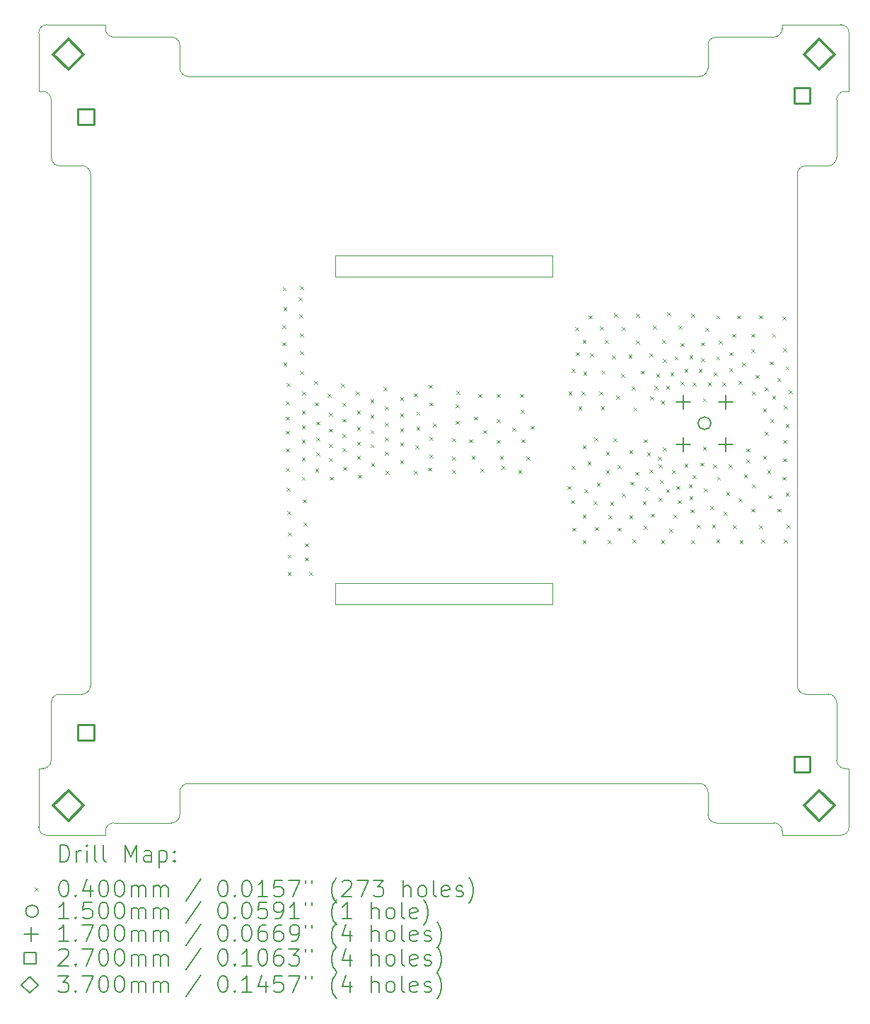
<source format=gbr>
%FSLAX45Y45*%
G04 Gerber Fmt 4.5, Leading zero omitted, Abs format (unit mm)*
G04 Created by KiCad (PCBNEW (6.0.5-0)) date 2023-03-07 01:44:10*
%MOMM*%
%LPD*%
G01*
G04 APERTURE LIST*
%TA.AperFunction,Profile*%
%ADD10C,0.100000*%
%TD*%
%ADD11C,0.200000*%
%ADD12C,0.040000*%
%ADD13C,0.150000*%
%ADD14C,0.170000*%
%ADD15C,0.270000*%
%ADD16C,0.370000*%
G04 APERTURE END LIST*
D10*
X7520000Y-13010000D02*
G75*
G03*
X7620000Y-12910000I0J100000D01*
G01*
X7250000Y-13010000D02*
G75*
G03*
X7150000Y-13110000I0J-100000D01*
G01*
X16180000Y-6690000D02*
G75*
G03*
X16080000Y-6790000I0J-100000D01*
G01*
X16700000Y-5800000D02*
X16700000Y-5100000D01*
X16700000Y-5800000D02*
X16650000Y-5800000D01*
X8690000Y-5520000D02*
G75*
G03*
X8790000Y-5620000I100000J0D01*
G01*
X15900000Y-5000000D02*
X16600000Y-5000000D01*
X16550000Y-13800000D02*
G75*
G03*
X16650000Y-13900000I100000J0D01*
G01*
X7000000Y-14600000D02*
G75*
G03*
X7100000Y-14700000I100000J0D01*
G01*
X14910000Y-14080000D02*
X8790000Y-14080000D01*
X16600000Y-14700000D02*
G75*
G03*
X16700000Y-14600000I0J100000D01*
G01*
X7900000Y-14550000D02*
G75*
G03*
X7800000Y-14650000I0J-100000D01*
G01*
X15900000Y-14650000D02*
G75*
G03*
X15800000Y-14550000I-100000J0D01*
G01*
X7000000Y-13900000D02*
X7000000Y-14600000D01*
X16550000Y-13110000D02*
G75*
G03*
X16450000Y-13010000I-100000J0D01*
G01*
X7050000Y-5800000D02*
X7000000Y-5800000D01*
X15010000Y-14180000D02*
X15010000Y-14450000D01*
X8790000Y-5620000D02*
X14910000Y-5620000D01*
X7150000Y-6590000D02*
G75*
G03*
X7250000Y-6690000I100000J0D01*
G01*
X7800000Y-14700000D02*
X7100000Y-14700000D01*
X16600000Y-14700000D02*
X15900000Y-14700000D01*
X16650000Y-13900000D02*
X16700000Y-13900000D01*
X15800000Y-5150000D02*
G75*
G03*
X15900000Y-5050000I0J100000D01*
G01*
X16080000Y-6790000D02*
X16080000Y-12910000D01*
X8590000Y-14550000D02*
X7900000Y-14550000D01*
X7520000Y-13010000D02*
X7250000Y-13010000D01*
X16550000Y-5900000D02*
X16550000Y-6590000D01*
X15010000Y-5520000D02*
X15010000Y-5250000D01*
X14910000Y-5620000D02*
G75*
G03*
X15010000Y-5520000I0J100000D01*
G01*
X8690000Y-14180000D02*
X8690000Y-14450000D01*
X15800000Y-14550000D02*
X15110000Y-14550000D01*
X8790000Y-14080000D02*
G75*
G03*
X8690000Y-14180000I0J-100000D01*
G01*
X10549958Y-11685036D02*
X13149963Y-11685036D01*
X13149963Y-11685036D02*
X13149963Y-11938987D01*
X13149963Y-11938987D02*
X10549958Y-11938987D01*
X10549958Y-11938987D02*
X10549958Y-11685036D01*
X7520000Y-6690000D02*
X7250000Y-6690000D01*
X10550000Y-8015000D02*
X13150113Y-8015000D01*
X13150113Y-8015000D02*
X13150113Y-7761130D01*
X13150113Y-7761130D02*
X10550000Y-7761130D01*
X10550000Y-7761130D02*
X10550000Y-8015000D01*
X7800000Y-5050000D02*
G75*
G03*
X7900000Y-5150000I100000J0D01*
G01*
X16180000Y-13010000D02*
X16450000Y-13010000D01*
X16700000Y-5100000D02*
G75*
G03*
X16600000Y-5000000I-100000J0D01*
G01*
X7900000Y-5150000D02*
X8590000Y-5150000D01*
X7150000Y-13110000D02*
X7150000Y-13800000D01*
X16180000Y-6690000D02*
X16450000Y-6690000D01*
X15900000Y-5000000D02*
X15900000Y-5050000D01*
X8590000Y-14550000D02*
G75*
G03*
X8690000Y-14450000I0J100000D01*
G01*
X7800000Y-5050000D02*
X7800000Y-5000000D01*
X7000000Y-13900000D02*
X7050000Y-13900000D01*
X7150000Y-5900000D02*
G75*
G03*
X7050000Y-5800000I-100000J0D01*
G01*
X16080000Y-12910000D02*
G75*
G03*
X16180000Y-13010000I100000J0D01*
G01*
X16650000Y-5800000D02*
G75*
G03*
X16550000Y-5900000I0J-100000D01*
G01*
X7620000Y-12910000D02*
X7620000Y-6790000D01*
X8690000Y-5520000D02*
X8690000Y-5250000D01*
X7000000Y-5100000D02*
X7000000Y-5800000D01*
X15800000Y-5150000D02*
X15110000Y-5150000D01*
X7150000Y-5900000D02*
X7150000Y-6590000D01*
X8690000Y-5250000D02*
G75*
G03*
X8590000Y-5150000I-100000J0D01*
G01*
X16450000Y-6690000D02*
G75*
G03*
X16550000Y-6590000I0J100000D01*
G01*
X15010000Y-14180000D02*
G75*
G03*
X14910000Y-14080000I-100000J0D01*
G01*
X15900000Y-14650000D02*
X15900000Y-14700000D01*
X7050000Y-13900000D02*
G75*
G03*
X7150000Y-13800000I0J100000D01*
G01*
X15010000Y-14450000D02*
G75*
G03*
X15110000Y-14550000I100000J0D01*
G01*
X15110000Y-5150000D02*
G75*
G03*
X15010000Y-5250000I0J-100000D01*
G01*
X16550000Y-13110000D02*
X16550000Y-13800000D01*
X7100000Y-5000000D02*
G75*
G03*
X7000000Y-5100000I0J-100000D01*
G01*
X7800000Y-5000000D02*
X7100000Y-5000000D01*
X16700000Y-13900000D02*
X16700000Y-14600000D01*
X7620000Y-6790000D02*
G75*
G03*
X7520000Y-6690000I-100000J0D01*
G01*
X7800000Y-14700000D02*
X7800000Y-14650000D01*
D11*
D12*
X9915000Y-8595000D02*
X9955000Y-8635000D01*
X9955000Y-8595000D02*
X9915000Y-8635000D01*
X9915000Y-8800000D02*
X9955000Y-8840000D01*
X9955000Y-8800000D02*
X9915000Y-8840000D01*
X9920000Y-8140000D02*
X9960000Y-8180000D01*
X9960000Y-8140000D02*
X9920000Y-8180000D01*
X9930000Y-8380000D02*
X9970000Y-8420000D01*
X9970000Y-8380000D02*
X9930000Y-8420000D01*
X9930000Y-9045000D02*
X9970000Y-9085000D01*
X9970000Y-9045000D02*
X9930000Y-9085000D01*
X9960000Y-9510000D02*
X10000000Y-9550000D01*
X10000000Y-9510000D02*
X9960000Y-9550000D01*
X9960000Y-9690000D02*
X10000000Y-9730000D01*
X10000000Y-9690000D02*
X9960000Y-9730000D01*
X9960000Y-9860000D02*
X10000000Y-9900000D01*
X10000000Y-9860000D02*
X9960000Y-9900000D01*
X9960000Y-10070000D02*
X10000000Y-10110000D01*
X10000000Y-10070000D02*
X9960000Y-10110000D01*
X9960000Y-10305000D02*
X10000000Y-10345000D01*
X10000000Y-10305000D02*
X9960000Y-10345000D01*
X9965000Y-9285000D02*
X10005000Y-9325000D01*
X10005000Y-9285000D02*
X9965000Y-9325000D01*
X9970000Y-10540000D02*
X10010000Y-10580000D01*
X10010000Y-10540000D02*
X9970000Y-10580000D01*
X9975000Y-10820000D02*
X10015000Y-10860000D01*
X10015000Y-10820000D02*
X9975000Y-10860000D01*
X9980000Y-11340000D02*
X10020000Y-11380000D01*
X10020000Y-11340000D02*
X9980000Y-11380000D01*
X9980000Y-11550000D02*
X10020000Y-11590000D01*
X10020000Y-11550000D02*
X9980000Y-11590000D01*
X9985000Y-11075000D02*
X10025000Y-11115000D01*
X10025000Y-11075000D02*
X9985000Y-11115000D01*
X10110000Y-8265000D02*
X10150000Y-8305000D01*
X10150000Y-8265000D02*
X10110000Y-8305000D01*
X10120000Y-8465000D02*
X10160000Y-8505000D01*
X10160000Y-8465000D02*
X10120000Y-8505000D01*
X10130000Y-8130000D02*
X10170000Y-8170000D01*
X10170000Y-8130000D02*
X10130000Y-8170000D01*
X10130000Y-8695000D02*
X10170000Y-8735000D01*
X10170000Y-8695000D02*
X10130000Y-8735000D01*
X10130000Y-8905000D02*
X10170000Y-8945000D01*
X10170000Y-8905000D02*
X10130000Y-8945000D01*
X10130000Y-9145000D02*
X10170000Y-9185000D01*
X10170000Y-9145000D02*
X10130000Y-9185000D01*
X10150000Y-9615000D02*
X10190000Y-9655000D01*
X10190000Y-9615000D02*
X10150000Y-9655000D01*
X10150000Y-9795000D02*
X10190000Y-9835000D01*
X10190000Y-9795000D02*
X10150000Y-9835000D01*
X10150000Y-9965000D02*
X10190000Y-10005000D01*
X10190000Y-9965000D02*
X10150000Y-10005000D01*
X10150000Y-10175000D02*
X10190000Y-10215000D01*
X10190000Y-10175000D02*
X10150000Y-10215000D01*
X10150000Y-10410000D02*
X10190000Y-10450000D01*
X10190000Y-10410000D02*
X10150000Y-10450000D01*
X10155000Y-9390000D02*
X10195000Y-9430000D01*
X10195000Y-9390000D02*
X10155000Y-9430000D01*
X10160000Y-10680000D02*
X10200000Y-10720000D01*
X10200000Y-10680000D02*
X10160000Y-10720000D01*
X10170000Y-10955000D02*
X10210000Y-10995000D01*
X10210000Y-10955000D02*
X10170000Y-10995000D01*
X10185000Y-11205000D02*
X10225000Y-11245000D01*
X10225000Y-11205000D02*
X10185000Y-11245000D01*
X10185000Y-11375000D02*
X10225000Y-11415000D01*
X10225000Y-11375000D02*
X10185000Y-11415000D01*
X10240000Y-11550000D02*
X10280000Y-11590000D01*
X10280000Y-11550000D02*
X10240000Y-11590000D01*
X10295000Y-9265000D02*
X10335000Y-9305000D01*
X10335000Y-9265000D02*
X10295000Y-9305000D01*
X10305000Y-9520000D02*
X10345000Y-9560000D01*
X10345000Y-9520000D02*
X10305000Y-9560000D01*
X10310000Y-10315000D02*
X10350000Y-10355000D01*
X10350000Y-10315000D02*
X10310000Y-10355000D01*
X10320000Y-9750000D02*
X10360000Y-9790000D01*
X10360000Y-9750000D02*
X10320000Y-9790000D01*
X10320000Y-9940000D02*
X10360000Y-9980000D01*
X10360000Y-9940000D02*
X10320000Y-9980000D01*
X10320000Y-10120000D02*
X10360000Y-10160000D01*
X10360000Y-10120000D02*
X10320000Y-10160000D01*
X10460000Y-9415000D02*
X10500000Y-9455000D01*
X10500000Y-9415000D02*
X10460000Y-9455000D01*
X10475000Y-9645000D02*
X10515000Y-9685000D01*
X10515000Y-9645000D02*
X10475000Y-9685000D01*
X10475000Y-9835000D02*
X10515000Y-9875000D01*
X10515000Y-9835000D02*
X10475000Y-9875000D01*
X10475000Y-10015000D02*
X10515000Y-10055000D01*
X10515000Y-10015000D02*
X10475000Y-10055000D01*
X10475000Y-10185000D02*
X10515000Y-10225000D01*
X10515000Y-10185000D02*
X10475000Y-10225000D01*
X10485000Y-10410000D02*
X10525000Y-10450000D01*
X10525000Y-10410000D02*
X10485000Y-10450000D01*
X10620000Y-9295000D02*
X10660000Y-9335000D01*
X10660000Y-9295000D02*
X10620000Y-9335000D01*
X10635000Y-9525000D02*
X10675000Y-9565000D01*
X10675000Y-9525000D02*
X10635000Y-9565000D01*
X10635000Y-9715000D02*
X10675000Y-9755000D01*
X10675000Y-9715000D02*
X10635000Y-9755000D01*
X10635000Y-9895000D02*
X10675000Y-9935000D01*
X10675000Y-9895000D02*
X10635000Y-9935000D01*
X10635000Y-10065000D02*
X10675000Y-10105000D01*
X10675000Y-10065000D02*
X10635000Y-10105000D01*
X10645000Y-10290000D02*
X10685000Y-10330000D01*
X10685000Y-10290000D02*
X10645000Y-10330000D01*
X10795000Y-9390000D02*
X10835000Y-9430000D01*
X10835000Y-9390000D02*
X10795000Y-9430000D01*
X10810000Y-9620000D02*
X10850000Y-9660000D01*
X10850000Y-9620000D02*
X10810000Y-9660000D01*
X10810000Y-9810000D02*
X10850000Y-9850000D01*
X10850000Y-9810000D02*
X10810000Y-9850000D01*
X10810000Y-9990000D02*
X10850000Y-10030000D01*
X10850000Y-9990000D02*
X10810000Y-10030000D01*
X10810000Y-10160000D02*
X10850000Y-10200000D01*
X10850000Y-10160000D02*
X10810000Y-10200000D01*
X10820000Y-10385000D02*
X10860000Y-10425000D01*
X10860000Y-10385000D02*
X10820000Y-10425000D01*
X10970000Y-9480000D02*
X11010000Y-9520000D01*
X11010000Y-9480000D02*
X10970000Y-9520000D01*
X10970000Y-9670000D02*
X11010000Y-9710000D01*
X11010000Y-9670000D02*
X10970000Y-9710000D01*
X10970000Y-9850000D02*
X11010000Y-9890000D01*
X11010000Y-9850000D02*
X10970000Y-9890000D01*
X10970000Y-10020000D02*
X11010000Y-10060000D01*
X11010000Y-10020000D02*
X10970000Y-10060000D01*
X10980000Y-10245000D02*
X11020000Y-10285000D01*
X11020000Y-10245000D02*
X10980000Y-10285000D01*
X11130000Y-9340000D02*
X11170000Y-9380000D01*
X11170000Y-9340000D02*
X11130000Y-9380000D01*
X11145000Y-9570000D02*
X11185000Y-9610000D01*
X11185000Y-9570000D02*
X11145000Y-9610000D01*
X11145000Y-9760000D02*
X11185000Y-9800000D01*
X11185000Y-9760000D02*
X11145000Y-9800000D01*
X11145000Y-9940000D02*
X11185000Y-9980000D01*
X11185000Y-9940000D02*
X11145000Y-9980000D01*
X11145000Y-10110000D02*
X11185000Y-10150000D01*
X11185000Y-10110000D02*
X11145000Y-10150000D01*
X11155000Y-10335000D02*
X11195000Y-10375000D01*
X11195000Y-10335000D02*
X11155000Y-10375000D01*
X11325000Y-9460000D02*
X11365000Y-9500000D01*
X11365000Y-9460000D02*
X11325000Y-9500000D01*
X11325000Y-9650000D02*
X11365000Y-9690000D01*
X11365000Y-9650000D02*
X11325000Y-9690000D01*
X11325000Y-9830000D02*
X11365000Y-9870000D01*
X11365000Y-9830000D02*
X11325000Y-9870000D01*
X11325000Y-10000000D02*
X11365000Y-10040000D01*
X11365000Y-10000000D02*
X11325000Y-10040000D01*
X11325000Y-10210000D02*
X11365000Y-10250000D01*
X11365000Y-10210000D02*
X11325000Y-10250000D01*
X11490000Y-9410000D02*
X11530000Y-9450000D01*
X11530000Y-9410000D02*
X11490000Y-9450000D01*
X11490000Y-10340000D02*
X11530000Y-10380000D01*
X11530000Y-10340000D02*
X11490000Y-10380000D01*
X11510000Y-10030000D02*
X11550000Y-10070000D01*
X11550000Y-10030000D02*
X11510000Y-10070000D01*
X11520000Y-9630000D02*
X11560000Y-9670000D01*
X11560000Y-9630000D02*
X11520000Y-9670000D01*
X11520000Y-9810000D02*
X11560000Y-9850000D01*
X11560000Y-9810000D02*
X11520000Y-9850000D01*
X11660000Y-10300000D02*
X11700000Y-10340000D01*
X11700000Y-10300000D02*
X11660000Y-10340000D01*
X11670000Y-9310000D02*
X11710000Y-9350000D01*
X11710000Y-9310000D02*
X11670000Y-9350000D01*
X11680000Y-9520000D02*
X11720000Y-9560000D01*
X11720000Y-9520000D02*
X11680000Y-9560000D01*
X11680000Y-9930000D02*
X11720000Y-9970000D01*
X11720000Y-9930000D02*
X11680000Y-9970000D01*
X11680000Y-10140000D02*
X11720000Y-10180000D01*
X11720000Y-10140000D02*
X11680000Y-10180000D01*
X11720000Y-9770000D02*
X11760000Y-9810000D01*
X11760000Y-9770000D02*
X11720000Y-9810000D01*
X11950000Y-9950000D02*
X11990000Y-9990000D01*
X11990000Y-9950000D02*
X11950000Y-9990000D01*
X11950000Y-10170000D02*
X11990000Y-10210000D01*
X11990000Y-10170000D02*
X11950000Y-10210000D01*
X11950000Y-10330000D02*
X11990000Y-10370000D01*
X11990000Y-10330000D02*
X11950000Y-10370000D01*
X11990000Y-9540000D02*
X12030000Y-9580000D01*
X12030000Y-9540000D02*
X11990000Y-9580000D01*
X11990000Y-9740000D02*
X12030000Y-9780000D01*
X12030000Y-9740000D02*
X11990000Y-9780000D01*
X12000000Y-9380000D02*
X12040000Y-9420000D01*
X12040000Y-9380000D02*
X12000000Y-9420000D01*
X12150000Y-9960000D02*
X12190000Y-10000000D01*
X12190000Y-9960000D02*
X12150000Y-10000000D01*
X12180000Y-10160000D02*
X12220000Y-10200000D01*
X12220000Y-10160000D02*
X12180000Y-10200000D01*
X12210000Y-9690000D02*
X12250000Y-9730000D01*
X12250000Y-9690000D02*
X12210000Y-9730000D01*
X12260000Y-9420000D02*
X12300000Y-9460000D01*
X12300000Y-9420000D02*
X12260000Y-9460000D01*
X12290000Y-10310000D02*
X12330000Y-10350000D01*
X12330000Y-10310000D02*
X12290000Y-10350000D01*
X12320000Y-9850000D02*
X12360000Y-9890000D01*
X12360000Y-9850000D02*
X12320000Y-9890000D01*
X12480000Y-9420000D02*
X12520000Y-9460000D01*
X12520000Y-9420000D02*
X12480000Y-9460000D01*
X12480000Y-9720000D02*
X12520000Y-9760000D01*
X12520000Y-9720000D02*
X12480000Y-9760000D01*
X12480000Y-9970000D02*
X12520000Y-10010000D01*
X12520000Y-9970000D02*
X12480000Y-10010000D01*
X12520000Y-10160000D02*
X12560000Y-10200000D01*
X12560000Y-10160000D02*
X12520000Y-10200000D01*
X12540000Y-10280000D02*
X12580000Y-10320000D01*
X12580000Y-10280000D02*
X12540000Y-10320000D01*
X12670000Y-9820000D02*
X12710000Y-9860000D01*
X12710000Y-9820000D02*
X12670000Y-9860000D01*
X12740000Y-10330000D02*
X12780000Y-10370000D01*
X12780000Y-10330000D02*
X12740000Y-10370000D01*
X12760000Y-9420000D02*
X12800000Y-9460000D01*
X12800000Y-9420000D02*
X12760000Y-9460000D01*
X12770000Y-9610000D02*
X12810000Y-9650000D01*
X12810000Y-9610000D02*
X12770000Y-9650000D01*
X12780000Y-9960000D02*
X12820000Y-10000000D01*
X12820000Y-9960000D02*
X12780000Y-10000000D01*
X12840000Y-10170000D02*
X12880000Y-10210000D01*
X12880000Y-10170000D02*
X12840000Y-10210000D01*
X12890000Y-9800000D02*
X12930000Y-9840000D01*
X12930000Y-9800000D02*
X12890000Y-9840000D01*
X13330000Y-10520000D02*
X13370000Y-10560000D01*
X13370000Y-10520000D02*
X13330000Y-10560000D01*
X13340000Y-9390000D02*
X13380000Y-9430000D01*
X13380000Y-9390000D02*
X13340000Y-9430000D01*
X13370000Y-10690000D02*
X13410000Y-10730000D01*
X13410000Y-10690000D02*
X13370000Y-10730000D01*
X13380000Y-9120000D02*
X13420000Y-9160000D01*
X13420000Y-9120000D02*
X13380000Y-9160000D01*
X13380000Y-10280000D02*
X13420000Y-10320000D01*
X13420000Y-10280000D02*
X13380000Y-10320000D01*
X13390000Y-11020000D02*
X13430000Y-11060000D01*
X13430000Y-11020000D02*
X13390000Y-11060000D01*
X13420000Y-8620000D02*
X13460000Y-8660000D01*
X13460000Y-8620000D02*
X13420000Y-8660000D01*
X13430000Y-8920000D02*
X13470000Y-8960000D01*
X13470000Y-8920000D02*
X13430000Y-8960000D01*
X13460000Y-9570000D02*
X13500000Y-9610000D01*
X13500000Y-9570000D02*
X13460000Y-9610000D01*
X13500000Y-9390000D02*
X13540000Y-9430000D01*
X13540000Y-9390000D02*
X13500000Y-9430000D01*
X13510000Y-8770000D02*
X13550000Y-8810000D01*
X13550000Y-8770000D02*
X13510000Y-8810000D01*
X13510000Y-10030000D02*
X13550000Y-10070000D01*
X13550000Y-10030000D02*
X13510000Y-10070000D01*
X13510000Y-10860000D02*
X13550000Y-10900000D01*
X13550000Y-10860000D02*
X13510000Y-10900000D01*
X13510000Y-11170000D02*
X13550000Y-11210000D01*
X13550000Y-11170000D02*
X13510000Y-11210000D01*
X13520000Y-9150000D02*
X13560000Y-9190000D01*
X13560000Y-9150000D02*
X13520000Y-9190000D01*
X13530000Y-10560000D02*
X13570000Y-10600000D01*
X13570000Y-10560000D02*
X13530000Y-10600000D01*
X13570000Y-10230000D02*
X13610000Y-10270000D01*
X13610000Y-10230000D02*
X13570000Y-10270000D01*
X13580000Y-8480000D02*
X13620000Y-8520000D01*
X13620000Y-8480000D02*
X13580000Y-8520000D01*
X13600000Y-8930000D02*
X13640000Y-8970000D01*
X13640000Y-8930000D02*
X13600000Y-8970000D01*
X13640000Y-10700000D02*
X13680000Y-10740000D01*
X13680000Y-10700000D02*
X13640000Y-10740000D01*
X13650000Y-9940000D02*
X13690000Y-9980000D01*
X13690000Y-9940000D02*
X13650000Y-9980000D01*
X13660000Y-11010000D02*
X13700000Y-11050000D01*
X13700000Y-11010000D02*
X13660000Y-11050000D01*
X13680000Y-10480000D02*
X13720000Y-10520000D01*
X13720000Y-10480000D02*
X13680000Y-10520000D01*
X13710000Y-9390000D02*
X13750000Y-9430000D01*
X13750000Y-9390000D02*
X13710000Y-9430000D01*
X13720000Y-8610000D02*
X13760000Y-8650000D01*
X13760000Y-8610000D02*
X13720000Y-8650000D01*
X13730000Y-9570000D02*
X13770000Y-9610000D01*
X13770000Y-9570000D02*
X13730000Y-9610000D01*
X13740000Y-9140000D02*
X13780000Y-9180000D01*
X13780000Y-9140000D02*
X13740000Y-9180000D01*
X13780000Y-8770000D02*
X13820000Y-8810000D01*
X13820000Y-8770000D02*
X13780000Y-8810000D01*
X13790000Y-10110000D02*
X13830000Y-10150000D01*
X13830000Y-10110000D02*
X13790000Y-10150000D01*
X13790000Y-10330000D02*
X13830000Y-10370000D01*
X13830000Y-10330000D02*
X13790000Y-10370000D01*
X13810000Y-11170000D02*
X13850000Y-11210000D01*
X13850000Y-11170000D02*
X13810000Y-11210000D01*
X13820000Y-10870000D02*
X13860000Y-10910000D01*
X13860000Y-10870000D02*
X13820000Y-10910000D01*
X13840000Y-10710000D02*
X13880000Y-10750000D01*
X13880000Y-10710000D02*
X13840000Y-10750000D01*
X13860000Y-8960000D02*
X13900000Y-9000000D01*
X13900000Y-8960000D02*
X13860000Y-9000000D01*
X13880000Y-9950000D02*
X13920000Y-9990000D01*
X13920000Y-9950000D02*
X13880000Y-9990000D01*
X13890000Y-8460000D02*
X13930000Y-8500000D01*
X13930000Y-8460000D02*
X13890000Y-8500000D01*
X13910000Y-9440000D02*
X13950000Y-9480000D01*
X13950000Y-9440000D02*
X13910000Y-9480000D01*
X13930000Y-10270000D02*
X13970000Y-10310000D01*
X13970000Y-10270000D02*
X13930000Y-10310000D01*
X13930000Y-11020000D02*
X13970000Y-11060000D01*
X13970000Y-11020000D02*
X13930000Y-11060000D01*
X13970000Y-9180000D02*
X14010000Y-9220000D01*
X14010000Y-9180000D02*
X13970000Y-9220000D01*
X13980000Y-8620000D02*
X14020000Y-8660000D01*
X14020000Y-8620000D02*
X13980000Y-8660000D01*
X13980000Y-10610000D02*
X14020000Y-10650000D01*
X14020000Y-10610000D02*
X13980000Y-10650000D01*
X14060000Y-8950000D02*
X14100000Y-8990000D01*
X14100000Y-8950000D02*
X14060000Y-8990000D01*
X14070000Y-10090000D02*
X14110000Y-10130000D01*
X14110000Y-10090000D02*
X14070000Y-10130000D01*
X14070000Y-10870000D02*
X14110000Y-10910000D01*
X14110000Y-10870000D02*
X14070000Y-10910000D01*
X14080000Y-10470000D02*
X14120000Y-10510000D01*
X14120000Y-10470000D02*
X14080000Y-10510000D01*
X14100000Y-9330000D02*
X14140000Y-9370000D01*
X14140000Y-9330000D02*
X14100000Y-9370000D01*
X14110000Y-11160000D02*
X14150000Y-11200000D01*
X14150000Y-11160000D02*
X14110000Y-11200000D01*
X14120000Y-9580000D02*
X14160000Y-9620000D01*
X14160000Y-9580000D02*
X14120000Y-9620000D01*
X14140000Y-10350000D02*
X14180000Y-10390000D01*
X14180000Y-10350000D02*
X14140000Y-10390000D01*
X14150000Y-8460000D02*
X14190000Y-8500000D01*
X14190000Y-8460000D02*
X14150000Y-8500000D01*
X14150000Y-8780000D02*
X14190000Y-8820000D01*
X14190000Y-8780000D02*
X14150000Y-8820000D01*
X14210000Y-9140000D02*
X14250000Y-9180000D01*
X14250000Y-9140000D02*
X14210000Y-9180000D01*
X14230000Y-10700000D02*
X14270000Y-10740000D01*
X14270000Y-10700000D02*
X14230000Y-10740000D01*
X14240000Y-9960000D02*
X14280000Y-10000000D01*
X14280000Y-9960000D02*
X14240000Y-10000000D01*
X14240000Y-11000000D02*
X14280000Y-11040000D01*
X14280000Y-11000000D02*
X14240000Y-11040000D01*
X14260000Y-10530000D02*
X14300000Y-10570000D01*
X14300000Y-10530000D02*
X14260000Y-10570000D01*
X14280000Y-10120000D02*
X14320000Y-10160000D01*
X14320000Y-10120000D02*
X14280000Y-10160000D01*
X14310000Y-8930000D02*
X14350000Y-8970000D01*
X14350000Y-8930000D02*
X14310000Y-8970000D01*
X14310000Y-10320000D02*
X14350000Y-10360000D01*
X14350000Y-10320000D02*
X14310000Y-10360000D01*
X14320000Y-9450000D02*
X14360000Y-9490000D01*
X14360000Y-9450000D02*
X14320000Y-9490000D01*
X14330000Y-10850000D02*
X14370000Y-10890000D01*
X14370000Y-10850000D02*
X14330000Y-10890000D01*
X14350000Y-8600000D02*
X14390000Y-8640000D01*
X14390000Y-8600000D02*
X14350000Y-8640000D01*
X14370000Y-9320000D02*
X14410000Y-9360000D01*
X14410000Y-9320000D02*
X14370000Y-9360000D01*
X14390000Y-9180000D02*
X14430000Y-9220000D01*
X14430000Y-9180000D02*
X14390000Y-9220000D01*
X14410000Y-10170000D02*
X14450000Y-10210000D01*
X14450000Y-10170000D02*
X14410000Y-10210000D01*
X14420000Y-10260000D02*
X14460000Y-10300000D01*
X14460000Y-10260000D02*
X14420000Y-10300000D01*
X14420000Y-10660000D02*
X14460000Y-10700000D01*
X14460000Y-10660000D02*
X14420000Y-10700000D01*
X14440000Y-10450000D02*
X14480000Y-10490000D01*
X14480000Y-10450000D02*
X14440000Y-10490000D01*
X14450000Y-9500000D02*
X14490000Y-9540000D01*
X14490000Y-9500000D02*
X14450000Y-9540000D01*
X14450000Y-11170000D02*
X14490000Y-11210000D01*
X14490000Y-11170000D02*
X14450000Y-11210000D01*
X14460000Y-8770000D02*
X14500000Y-8810000D01*
X14500000Y-8770000D02*
X14460000Y-8810000D01*
X14470000Y-9000000D02*
X14510000Y-9040000D01*
X14510000Y-9000000D02*
X14470000Y-9040000D01*
X14470000Y-10060000D02*
X14510000Y-10100000D01*
X14510000Y-10060000D02*
X14470000Y-10100000D01*
X14510000Y-9320000D02*
X14550000Y-9360000D01*
X14550000Y-9320000D02*
X14510000Y-9360000D01*
X14510000Y-10560000D02*
X14550000Y-10600000D01*
X14550000Y-10560000D02*
X14510000Y-10600000D01*
X14520000Y-8440000D02*
X14560000Y-8480000D01*
X14560000Y-8440000D02*
X14520000Y-8480000D01*
X14550000Y-11030000D02*
X14590000Y-11070000D01*
X14590000Y-11030000D02*
X14550000Y-11070000D01*
X14560000Y-9160000D02*
X14600000Y-9200000D01*
X14600000Y-9160000D02*
X14560000Y-9200000D01*
X14580000Y-10330000D02*
X14620000Y-10370000D01*
X14620000Y-10330000D02*
X14580000Y-10370000D01*
X14600000Y-10860000D02*
X14640000Y-10900000D01*
X14640000Y-10860000D02*
X14600000Y-10900000D01*
X14610000Y-8970000D02*
X14650000Y-9010000D01*
X14650000Y-8970000D02*
X14610000Y-9010000D01*
X14630000Y-10520000D02*
X14670000Y-10560000D01*
X14670000Y-10520000D02*
X14630000Y-10560000D01*
X14650000Y-10690000D02*
X14690000Y-10730000D01*
X14690000Y-10690000D02*
X14650000Y-10730000D01*
X14660000Y-8600000D02*
X14700000Y-8640000D01*
X14700000Y-8600000D02*
X14660000Y-8640000D01*
X14680000Y-8810000D02*
X14720000Y-8850000D01*
X14720000Y-8810000D02*
X14680000Y-8850000D01*
X14680000Y-9270000D02*
X14720000Y-9310000D01*
X14720000Y-9270000D02*
X14680000Y-9310000D01*
X14730000Y-9120000D02*
X14770000Y-9160000D01*
X14770000Y-9120000D02*
X14730000Y-9160000D01*
X14730000Y-10250000D02*
X14770000Y-10290000D01*
X14770000Y-10250000D02*
X14730000Y-10290000D01*
X14780000Y-10500000D02*
X14820000Y-10540000D01*
X14820000Y-10500000D02*
X14780000Y-10540000D01*
X14790000Y-8960000D02*
X14830000Y-9000000D01*
X14830000Y-8960000D02*
X14790000Y-9000000D01*
X14790000Y-10640000D02*
X14830000Y-10680000D01*
X14830000Y-10640000D02*
X14790000Y-10680000D01*
X14800000Y-10800000D02*
X14840000Y-10840000D01*
X14840000Y-10800000D02*
X14800000Y-10840000D01*
X14810000Y-8460000D02*
X14850000Y-8500000D01*
X14850000Y-8460000D02*
X14810000Y-8500000D01*
X14810000Y-11170000D02*
X14850000Y-11210000D01*
X14850000Y-11170000D02*
X14810000Y-11210000D01*
X14830000Y-9280000D02*
X14870000Y-9320000D01*
X14870000Y-9280000D02*
X14830000Y-9320000D01*
X14830000Y-10390000D02*
X14870000Y-10430000D01*
X14870000Y-10390000D02*
X14830000Y-10430000D01*
X14880000Y-10980000D02*
X14920000Y-11020000D01*
X14920000Y-10980000D02*
X14880000Y-11020000D01*
X14900000Y-9120000D02*
X14940000Y-9160000D01*
X14940000Y-9120000D02*
X14900000Y-9160000D01*
X14920000Y-10240000D02*
X14960000Y-10280000D01*
X14960000Y-10240000D02*
X14920000Y-10280000D01*
X14930000Y-8800000D02*
X14970000Y-8840000D01*
X14970000Y-8800000D02*
X14930000Y-8840000D01*
X14930000Y-8990000D02*
X14970000Y-9030000D01*
X14970000Y-8990000D02*
X14930000Y-9030000D01*
X14950000Y-9470000D02*
X14990000Y-9510000D01*
X14990000Y-9470000D02*
X14950000Y-9510000D01*
X14950000Y-10050000D02*
X14990000Y-10090000D01*
X14990000Y-10050000D02*
X14950000Y-10090000D01*
X14960000Y-10550000D02*
X15000000Y-10590000D01*
X15000000Y-10550000D02*
X14960000Y-10590000D01*
X14980000Y-8630000D02*
X15020000Y-8670000D01*
X15020000Y-8630000D02*
X14980000Y-8670000D01*
X15010000Y-9280000D02*
X15050000Y-9320000D01*
X15050000Y-9280000D02*
X15010000Y-9320000D01*
X15040000Y-10760000D02*
X15080000Y-10800000D01*
X15080000Y-10760000D02*
X15040000Y-10800000D01*
X15060000Y-10980000D02*
X15100000Y-11020000D01*
X15100000Y-10980000D02*
X15060000Y-11020000D01*
X15070000Y-10260000D02*
X15110000Y-10300000D01*
X15110000Y-10260000D02*
X15070000Y-10300000D01*
X15080000Y-9160000D02*
X15120000Y-9200000D01*
X15120000Y-9160000D02*
X15080000Y-9200000D01*
X15110000Y-8480000D02*
X15150000Y-8520000D01*
X15150000Y-8480000D02*
X15110000Y-8520000D01*
X15110000Y-8970000D02*
X15150000Y-9010000D01*
X15150000Y-8970000D02*
X15110000Y-9010000D01*
X15110000Y-11160000D02*
X15150000Y-11200000D01*
X15150000Y-11160000D02*
X15110000Y-11200000D01*
X15120000Y-10410000D02*
X15160000Y-10450000D01*
X15160000Y-10410000D02*
X15120000Y-10450000D01*
X15140000Y-8780000D02*
X15180000Y-8820000D01*
X15180000Y-8780000D02*
X15140000Y-8820000D01*
X15180000Y-9280000D02*
X15220000Y-9320000D01*
X15220000Y-9280000D02*
X15180000Y-9320000D01*
X15200000Y-10830000D02*
X15240000Y-10870000D01*
X15240000Y-10830000D02*
X15200000Y-10870000D01*
X15230000Y-10590000D02*
X15270000Y-10630000D01*
X15270000Y-10590000D02*
X15230000Y-10630000D01*
X15260000Y-10260000D02*
X15300000Y-10300000D01*
X15300000Y-10260000D02*
X15260000Y-10300000D01*
X15270000Y-8920000D02*
X15310000Y-8960000D01*
X15310000Y-8920000D02*
X15270000Y-8960000D01*
X15270000Y-9110000D02*
X15310000Y-9150000D01*
X15310000Y-9110000D02*
X15270000Y-9150000D01*
X15300000Y-8700000D02*
X15340000Y-8740000D01*
X15340000Y-8700000D02*
X15300000Y-8740000D01*
X15310000Y-10990000D02*
X15350000Y-11030000D01*
X15350000Y-10990000D02*
X15310000Y-11030000D01*
X15360000Y-8480000D02*
X15400000Y-8520000D01*
X15400000Y-8480000D02*
X15360000Y-8520000D01*
X15380000Y-9260000D02*
X15420000Y-9300000D01*
X15420000Y-9260000D02*
X15380000Y-9300000D01*
X15380000Y-10670000D02*
X15420000Y-10710000D01*
X15420000Y-10670000D02*
X15380000Y-10710000D01*
X15390000Y-11170000D02*
X15430000Y-11210000D01*
X15430000Y-11170000D02*
X15390000Y-11210000D01*
X15420000Y-9040000D02*
X15460000Y-9080000D01*
X15460000Y-9040000D02*
X15420000Y-9080000D01*
X15440000Y-10380000D02*
X15480000Y-10420000D01*
X15480000Y-10380000D02*
X15440000Y-10420000D01*
X15470000Y-10070000D02*
X15510000Y-10110000D01*
X15510000Y-10070000D02*
X15470000Y-10110000D01*
X15470000Y-10200000D02*
X15510000Y-10240000D01*
X15510000Y-10200000D02*
X15470000Y-10240000D01*
X15530000Y-8700000D02*
X15570000Y-8740000D01*
X15570000Y-8700000D02*
X15530000Y-8740000D01*
X15530000Y-8880000D02*
X15570000Y-8920000D01*
X15570000Y-8880000D02*
X15530000Y-8920000D01*
X15530000Y-10790000D02*
X15570000Y-10830000D01*
X15570000Y-10790000D02*
X15530000Y-10830000D01*
X15540000Y-9390000D02*
X15580000Y-9430000D01*
X15580000Y-9390000D02*
X15540000Y-9430000D01*
X15540000Y-10500000D02*
X15580000Y-10540000D01*
X15580000Y-10500000D02*
X15540000Y-10540000D01*
X15580000Y-9190000D02*
X15620000Y-9230000D01*
X15620000Y-9190000D02*
X15580000Y-9230000D01*
X15620000Y-8480000D02*
X15660000Y-8520000D01*
X15660000Y-8480000D02*
X15620000Y-8520000D01*
X15620000Y-10990000D02*
X15660000Y-11030000D01*
X15660000Y-10990000D02*
X15620000Y-11030000D01*
X15650000Y-11160000D02*
X15690000Y-11200000D01*
X15690000Y-11160000D02*
X15650000Y-11200000D01*
X15670000Y-9590000D02*
X15710000Y-9630000D01*
X15710000Y-9590000D02*
X15670000Y-9630000D01*
X15670000Y-10160000D02*
X15710000Y-10200000D01*
X15710000Y-10160000D02*
X15670000Y-10200000D01*
X15690000Y-9340000D02*
X15730000Y-9380000D01*
X15730000Y-9340000D02*
X15690000Y-9380000D01*
X15690000Y-9870000D02*
X15730000Y-9910000D01*
X15730000Y-9870000D02*
X15690000Y-9910000D01*
X15720000Y-10330000D02*
X15760000Y-10370000D01*
X15760000Y-10330000D02*
X15720000Y-10370000D01*
X15730000Y-10630000D02*
X15770000Y-10670000D01*
X15770000Y-10630000D02*
X15730000Y-10670000D01*
X15750000Y-9030000D02*
X15790000Y-9070000D01*
X15790000Y-9030000D02*
X15750000Y-9070000D01*
X15760000Y-9720000D02*
X15800000Y-9760000D01*
X15800000Y-9720000D02*
X15760000Y-9760000D01*
X15780000Y-8700000D02*
X15820000Y-8740000D01*
X15820000Y-8700000D02*
X15780000Y-8740000D01*
X15780000Y-9440000D02*
X15820000Y-9480000D01*
X15820000Y-9440000D02*
X15780000Y-9480000D01*
X15840000Y-9230000D02*
X15880000Y-9270000D01*
X15880000Y-9230000D02*
X15840000Y-9270000D01*
X15840000Y-10790000D02*
X15880000Y-10830000D01*
X15880000Y-10790000D02*
X15840000Y-10830000D01*
X15900000Y-8490000D02*
X15940000Y-8530000D01*
X15940000Y-8490000D02*
X15900000Y-8530000D01*
X15900000Y-10410000D02*
X15940000Y-10450000D01*
X15940000Y-10410000D02*
X15900000Y-10450000D01*
X15910000Y-8870000D02*
X15950000Y-8910000D01*
X15950000Y-8870000D02*
X15910000Y-8910000D01*
X15910000Y-9970000D02*
X15950000Y-10010000D01*
X15950000Y-9970000D02*
X15910000Y-10010000D01*
X15910000Y-10190000D02*
X15950000Y-10230000D01*
X15950000Y-10190000D02*
X15910000Y-10230000D01*
X15920000Y-9560000D02*
X15960000Y-9600000D01*
X15960000Y-9560000D02*
X15920000Y-9600000D01*
X15920000Y-11160000D02*
X15960000Y-11200000D01*
X15960000Y-11160000D02*
X15920000Y-11200000D01*
X15940000Y-9090000D02*
X15980000Y-9130000D01*
X15980000Y-9090000D02*
X15940000Y-9130000D01*
X15940000Y-9780000D02*
X15980000Y-9820000D01*
X15980000Y-9780000D02*
X15940000Y-9820000D01*
X15940000Y-10600000D02*
X15980000Y-10640000D01*
X15980000Y-10600000D02*
X15940000Y-10640000D01*
X15950000Y-10980000D02*
X15990000Y-11020000D01*
X15990000Y-10980000D02*
X15950000Y-11020000D01*
X15980000Y-9370000D02*
X16020000Y-9410000D01*
X16020000Y-9370000D02*
X15980000Y-9410000D01*
D13*
X15045000Y-9770000D02*
G75*
G03*
X15045000Y-9770000I-75000J0D01*
G01*
D14*
X14715000Y-9430000D02*
X14715000Y-9600000D01*
X14630000Y-9515000D02*
X14800000Y-9515000D01*
X14715000Y-9940000D02*
X14715000Y-10110000D01*
X14630000Y-10025000D02*
X14800000Y-10025000D01*
X15225000Y-9430000D02*
X15225000Y-9600000D01*
X15140000Y-9515000D02*
X15310000Y-9515000D01*
X15225000Y-9940000D02*
X15225000Y-10110000D01*
X15140000Y-10025000D02*
X15310000Y-10025000D01*
D15*
X7659360Y-6198960D02*
X7659360Y-6008040D01*
X7468440Y-6008040D01*
X7468440Y-6198960D01*
X7659360Y-6198960D01*
X7659360Y-13564960D02*
X7659360Y-13374040D01*
X7468440Y-13374040D01*
X7468440Y-13564960D01*
X7659360Y-13564960D01*
X16231860Y-5944960D02*
X16231860Y-5754040D01*
X16040940Y-5754040D01*
X16040940Y-5944960D01*
X16231860Y-5944960D01*
X16231860Y-13945960D02*
X16231860Y-13755040D01*
X16040940Y-13755040D01*
X16040940Y-13945960D01*
X16231860Y-13945960D01*
D16*
X7355000Y-5540000D02*
X7540000Y-5355000D01*
X7355000Y-5170000D01*
X7170000Y-5355000D01*
X7355000Y-5540000D01*
X7355000Y-14530000D02*
X7540000Y-14345000D01*
X7355000Y-14160000D01*
X7170000Y-14345000D01*
X7355000Y-14530000D01*
X16345000Y-5540000D02*
X16530000Y-5355000D01*
X16345000Y-5170000D01*
X16160000Y-5355000D01*
X16345000Y-5540000D01*
X16345000Y-14530000D02*
X16530000Y-14345000D01*
X16345000Y-14160000D01*
X16160000Y-14345000D01*
X16345000Y-14530000D01*
D11*
X7252619Y-15015476D02*
X7252619Y-14815476D01*
X7300238Y-14815476D01*
X7328809Y-14825000D01*
X7347857Y-14844048D01*
X7357381Y-14863095D01*
X7366905Y-14901190D01*
X7366905Y-14929762D01*
X7357381Y-14967857D01*
X7347857Y-14986905D01*
X7328809Y-15005952D01*
X7300238Y-15015476D01*
X7252619Y-15015476D01*
X7452619Y-15015476D02*
X7452619Y-14882143D01*
X7452619Y-14920238D02*
X7462143Y-14901190D01*
X7471667Y-14891667D01*
X7490714Y-14882143D01*
X7509762Y-14882143D01*
X7576428Y-15015476D02*
X7576428Y-14882143D01*
X7576428Y-14815476D02*
X7566905Y-14825000D01*
X7576428Y-14834524D01*
X7585952Y-14825000D01*
X7576428Y-14815476D01*
X7576428Y-14834524D01*
X7700238Y-15015476D02*
X7681190Y-15005952D01*
X7671667Y-14986905D01*
X7671667Y-14815476D01*
X7805000Y-15015476D02*
X7785952Y-15005952D01*
X7776428Y-14986905D01*
X7776428Y-14815476D01*
X8033571Y-15015476D02*
X8033571Y-14815476D01*
X8100238Y-14958333D01*
X8166905Y-14815476D01*
X8166905Y-15015476D01*
X8347857Y-15015476D02*
X8347857Y-14910714D01*
X8338333Y-14891667D01*
X8319286Y-14882143D01*
X8281190Y-14882143D01*
X8262143Y-14891667D01*
X8347857Y-15005952D02*
X8328809Y-15015476D01*
X8281190Y-15015476D01*
X8262143Y-15005952D01*
X8252619Y-14986905D01*
X8252619Y-14967857D01*
X8262143Y-14948809D01*
X8281190Y-14939286D01*
X8328809Y-14939286D01*
X8347857Y-14929762D01*
X8443095Y-14882143D02*
X8443095Y-15082143D01*
X8443095Y-14891667D02*
X8462143Y-14882143D01*
X8500238Y-14882143D01*
X8519286Y-14891667D01*
X8528810Y-14901190D01*
X8538333Y-14920238D01*
X8538333Y-14977381D01*
X8528810Y-14996428D01*
X8519286Y-15005952D01*
X8500238Y-15015476D01*
X8462143Y-15015476D01*
X8443095Y-15005952D01*
X8624048Y-14996428D02*
X8633571Y-15005952D01*
X8624048Y-15015476D01*
X8614524Y-15005952D01*
X8624048Y-14996428D01*
X8624048Y-15015476D01*
X8624048Y-14891667D02*
X8633571Y-14901190D01*
X8624048Y-14910714D01*
X8614524Y-14901190D01*
X8624048Y-14891667D01*
X8624048Y-14910714D01*
D12*
X6955000Y-15325000D02*
X6995000Y-15365000D01*
X6995000Y-15325000D02*
X6955000Y-15365000D01*
D11*
X7290714Y-15235476D02*
X7309762Y-15235476D01*
X7328809Y-15245000D01*
X7338333Y-15254524D01*
X7347857Y-15273571D01*
X7357381Y-15311667D01*
X7357381Y-15359286D01*
X7347857Y-15397381D01*
X7338333Y-15416428D01*
X7328809Y-15425952D01*
X7309762Y-15435476D01*
X7290714Y-15435476D01*
X7271667Y-15425952D01*
X7262143Y-15416428D01*
X7252619Y-15397381D01*
X7243095Y-15359286D01*
X7243095Y-15311667D01*
X7252619Y-15273571D01*
X7262143Y-15254524D01*
X7271667Y-15245000D01*
X7290714Y-15235476D01*
X7443095Y-15416428D02*
X7452619Y-15425952D01*
X7443095Y-15435476D01*
X7433571Y-15425952D01*
X7443095Y-15416428D01*
X7443095Y-15435476D01*
X7624048Y-15302143D02*
X7624048Y-15435476D01*
X7576428Y-15225952D02*
X7528809Y-15368809D01*
X7652619Y-15368809D01*
X7766905Y-15235476D02*
X7785952Y-15235476D01*
X7805000Y-15245000D01*
X7814524Y-15254524D01*
X7824048Y-15273571D01*
X7833571Y-15311667D01*
X7833571Y-15359286D01*
X7824048Y-15397381D01*
X7814524Y-15416428D01*
X7805000Y-15425952D01*
X7785952Y-15435476D01*
X7766905Y-15435476D01*
X7747857Y-15425952D01*
X7738333Y-15416428D01*
X7728809Y-15397381D01*
X7719286Y-15359286D01*
X7719286Y-15311667D01*
X7728809Y-15273571D01*
X7738333Y-15254524D01*
X7747857Y-15245000D01*
X7766905Y-15235476D01*
X7957381Y-15235476D02*
X7976428Y-15235476D01*
X7995476Y-15245000D01*
X8005000Y-15254524D01*
X8014524Y-15273571D01*
X8024048Y-15311667D01*
X8024048Y-15359286D01*
X8014524Y-15397381D01*
X8005000Y-15416428D01*
X7995476Y-15425952D01*
X7976428Y-15435476D01*
X7957381Y-15435476D01*
X7938333Y-15425952D01*
X7928809Y-15416428D01*
X7919286Y-15397381D01*
X7909762Y-15359286D01*
X7909762Y-15311667D01*
X7919286Y-15273571D01*
X7928809Y-15254524D01*
X7938333Y-15245000D01*
X7957381Y-15235476D01*
X8109762Y-15435476D02*
X8109762Y-15302143D01*
X8109762Y-15321190D02*
X8119286Y-15311667D01*
X8138333Y-15302143D01*
X8166905Y-15302143D01*
X8185952Y-15311667D01*
X8195476Y-15330714D01*
X8195476Y-15435476D01*
X8195476Y-15330714D02*
X8205000Y-15311667D01*
X8224048Y-15302143D01*
X8252619Y-15302143D01*
X8271667Y-15311667D01*
X8281190Y-15330714D01*
X8281190Y-15435476D01*
X8376428Y-15435476D02*
X8376428Y-15302143D01*
X8376428Y-15321190D02*
X8385952Y-15311667D01*
X8405000Y-15302143D01*
X8433571Y-15302143D01*
X8452619Y-15311667D01*
X8462143Y-15330714D01*
X8462143Y-15435476D01*
X8462143Y-15330714D02*
X8471667Y-15311667D01*
X8490714Y-15302143D01*
X8519286Y-15302143D01*
X8538333Y-15311667D01*
X8547857Y-15330714D01*
X8547857Y-15435476D01*
X8938333Y-15225952D02*
X8766905Y-15483095D01*
X9195476Y-15235476D02*
X9214524Y-15235476D01*
X9233571Y-15245000D01*
X9243095Y-15254524D01*
X9252619Y-15273571D01*
X9262143Y-15311667D01*
X9262143Y-15359286D01*
X9252619Y-15397381D01*
X9243095Y-15416428D01*
X9233571Y-15425952D01*
X9214524Y-15435476D01*
X9195476Y-15435476D01*
X9176429Y-15425952D01*
X9166905Y-15416428D01*
X9157381Y-15397381D01*
X9147857Y-15359286D01*
X9147857Y-15311667D01*
X9157381Y-15273571D01*
X9166905Y-15254524D01*
X9176429Y-15245000D01*
X9195476Y-15235476D01*
X9347857Y-15416428D02*
X9357381Y-15425952D01*
X9347857Y-15435476D01*
X9338333Y-15425952D01*
X9347857Y-15416428D01*
X9347857Y-15435476D01*
X9481190Y-15235476D02*
X9500238Y-15235476D01*
X9519286Y-15245000D01*
X9528810Y-15254524D01*
X9538333Y-15273571D01*
X9547857Y-15311667D01*
X9547857Y-15359286D01*
X9538333Y-15397381D01*
X9528810Y-15416428D01*
X9519286Y-15425952D01*
X9500238Y-15435476D01*
X9481190Y-15435476D01*
X9462143Y-15425952D01*
X9452619Y-15416428D01*
X9443095Y-15397381D01*
X9433571Y-15359286D01*
X9433571Y-15311667D01*
X9443095Y-15273571D01*
X9452619Y-15254524D01*
X9462143Y-15245000D01*
X9481190Y-15235476D01*
X9738333Y-15435476D02*
X9624048Y-15435476D01*
X9681190Y-15435476D02*
X9681190Y-15235476D01*
X9662143Y-15264048D01*
X9643095Y-15283095D01*
X9624048Y-15292619D01*
X9919286Y-15235476D02*
X9824048Y-15235476D01*
X9814524Y-15330714D01*
X9824048Y-15321190D01*
X9843095Y-15311667D01*
X9890714Y-15311667D01*
X9909762Y-15321190D01*
X9919286Y-15330714D01*
X9928810Y-15349762D01*
X9928810Y-15397381D01*
X9919286Y-15416428D01*
X9909762Y-15425952D01*
X9890714Y-15435476D01*
X9843095Y-15435476D01*
X9824048Y-15425952D01*
X9814524Y-15416428D01*
X9995476Y-15235476D02*
X10128810Y-15235476D01*
X10043095Y-15435476D01*
X10195476Y-15235476D02*
X10195476Y-15273571D01*
X10271667Y-15235476D02*
X10271667Y-15273571D01*
X10566905Y-15511667D02*
X10557381Y-15502143D01*
X10538333Y-15473571D01*
X10528810Y-15454524D01*
X10519286Y-15425952D01*
X10509762Y-15378333D01*
X10509762Y-15340238D01*
X10519286Y-15292619D01*
X10528810Y-15264048D01*
X10538333Y-15245000D01*
X10557381Y-15216428D01*
X10566905Y-15206905D01*
X10633571Y-15254524D02*
X10643095Y-15245000D01*
X10662143Y-15235476D01*
X10709762Y-15235476D01*
X10728810Y-15245000D01*
X10738333Y-15254524D01*
X10747857Y-15273571D01*
X10747857Y-15292619D01*
X10738333Y-15321190D01*
X10624048Y-15435476D01*
X10747857Y-15435476D01*
X10814524Y-15235476D02*
X10947857Y-15235476D01*
X10862143Y-15435476D01*
X11005000Y-15235476D02*
X11128810Y-15235476D01*
X11062143Y-15311667D01*
X11090714Y-15311667D01*
X11109762Y-15321190D01*
X11119286Y-15330714D01*
X11128810Y-15349762D01*
X11128810Y-15397381D01*
X11119286Y-15416428D01*
X11109762Y-15425952D01*
X11090714Y-15435476D01*
X11033571Y-15435476D01*
X11014524Y-15425952D01*
X11005000Y-15416428D01*
X11366905Y-15435476D02*
X11366905Y-15235476D01*
X11452619Y-15435476D02*
X11452619Y-15330714D01*
X11443095Y-15311667D01*
X11424048Y-15302143D01*
X11395476Y-15302143D01*
X11376428Y-15311667D01*
X11366905Y-15321190D01*
X11576428Y-15435476D02*
X11557381Y-15425952D01*
X11547857Y-15416428D01*
X11538333Y-15397381D01*
X11538333Y-15340238D01*
X11547857Y-15321190D01*
X11557381Y-15311667D01*
X11576428Y-15302143D01*
X11605000Y-15302143D01*
X11624048Y-15311667D01*
X11633571Y-15321190D01*
X11643095Y-15340238D01*
X11643095Y-15397381D01*
X11633571Y-15416428D01*
X11624048Y-15425952D01*
X11605000Y-15435476D01*
X11576428Y-15435476D01*
X11757381Y-15435476D02*
X11738333Y-15425952D01*
X11728809Y-15406905D01*
X11728809Y-15235476D01*
X11909762Y-15425952D02*
X11890714Y-15435476D01*
X11852619Y-15435476D01*
X11833571Y-15425952D01*
X11824048Y-15406905D01*
X11824048Y-15330714D01*
X11833571Y-15311667D01*
X11852619Y-15302143D01*
X11890714Y-15302143D01*
X11909762Y-15311667D01*
X11919286Y-15330714D01*
X11919286Y-15349762D01*
X11824048Y-15368809D01*
X11995476Y-15425952D02*
X12014524Y-15435476D01*
X12052619Y-15435476D01*
X12071667Y-15425952D01*
X12081190Y-15406905D01*
X12081190Y-15397381D01*
X12071667Y-15378333D01*
X12052619Y-15368809D01*
X12024048Y-15368809D01*
X12005000Y-15359286D01*
X11995476Y-15340238D01*
X11995476Y-15330714D01*
X12005000Y-15311667D01*
X12024048Y-15302143D01*
X12052619Y-15302143D01*
X12071667Y-15311667D01*
X12147857Y-15511667D02*
X12157381Y-15502143D01*
X12176428Y-15473571D01*
X12185952Y-15454524D01*
X12195476Y-15425952D01*
X12205000Y-15378333D01*
X12205000Y-15340238D01*
X12195476Y-15292619D01*
X12185952Y-15264048D01*
X12176428Y-15245000D01*
X12157381Y-15216428D01*
X12147857Y-15206905D01*
D13*
X6995000Y-15609000D02*
G75*
G03*
X6995000Y-15609000I-75000J0D01*
G01*
D11*
X7357381Y-15699476D02*
X7243095Y-15699476D01*
X7300238Y-15699476D02*
X7300238Y-15499476D01*
X7281190Y-15528048D01*
X7262143Y-15547095D01*
X7243095Y-15556619D01*
X7443095Y-15680428D02*
X7452619Y-15689952D01*
X7443095Y-15699476D01*
X7433571Y-15689952D01*
X7443095Y-15680428D01*
X7443095Y-15699476D01*
X7633571Y-15499476D02*
X7538333Y-15499476D01*
X7528809Y-15594714D01*
X7538333Y-15585190D01*
X7557381Y-15575667D01*
X7605000Y-15575667D01*
X7624048Y-15585190D01*
X7633571Y-15594714D01*
X7643095Y-15613762D01*
X7643095Y-15661381D01*
X7633571Y-15680428D01*
X7624048Y-15689952D01*
X7605000Y-15699476D01*
X7557381Y-15699476D01*
X7538333Y-15689952D01*
X7528809Y-15680428D01*
X7766905Y-15499476D02*
X7785952Y-15499476D01*
X7805000Y-15509000D01*
X7814524Y-15518524D01*
X7824048Y-15537571D01*
X7833571Y-15575667D01*
X7833571Y-15623286D01*
X7824048Y-15661381D01*
X7814524Y-15680428D01*
X7805000Y-15689952D01*
X7785952Y-15699476D01*
X7766905Y-15699476D01*
X7747857Y-15689952D01*
X7738333Y-15680428D01*
X7728809Y-15661381D01*
X7719286Y-15623286D01*
X7719286Y-15575667D01*
X7728809Y-15537571D01*
X7738333Y-15518524D01*
X7747857Y-15509000D01*
X7766905Y-15499476D01*
X7957381Y-15499476D02*
X7976428Y-15499476D01*
X7995476Y-15509000D01*
X8005000Y-15518524D01*
X8014524Y-15537571D01*
X8024048Y-15575667D01*
X8024048Y-15623286D01*
X8014524Y-15661381D01*
X8005000Y-15680428D01*
X7995476Y-15689952D01*
X7976428Y-15699476D01*
X7957381Y-15699476D01*
X7938333Y-15689952D01*
X7928809Y-15680428D01*
X7919286Y-15661381D01*
X7909762Y-15623286D01*
X7909762Y-15575667D01*
X7919286Y-15537571D01*
X7928809Y-15518524D01*
X7938333Y-15509000D01*
X7957381Y-15499476D01*
X8109762Y-15699476D02*
X8109762Y-15566143D01*
X8109762Y-15585190D02*
X8119286Y-15575667D01*
X8138333Y-15566143D01*
X8166905Y-15566143D01*
X8185952Y-15575667D01*
X8195476Y-15594714D01*
X8195476Y-15699476D01*
X8195476Y-15594714D02*
X8205000Y-15575667D01*
X8224048Y-15566143D01*
X8252619Y-15566143D01*
X8271667Y-15575667D01*
X8281190Y-15594714D01*
X8281190Y-15699476D01*
X8376428Y-15699476D02*
X8376428Y-15566143D01*
X8376428Y-15585190D02*
X8385952Y-15575667D01*
X8405000Y-15566143D01*
X8433571Y-15566143D01*
X8452619Y-15575667D01*
X8462143Y-15594714D01*
X8462143Y-15699476D01*
X8462143Y-15594714D02*
X8471667Y-15575667D01*
X8490714Y-15566143D01*
X8519286Y-15566143D01*
X8538333Y-15575667D01*
X8547857Y-15594714D01*
X8547857Y-15699476D01*
X8938333Y-15489952D02*
X8766905Y-15747095D01*
X9195476Y-15499476D02*
X9214524Y-15499476D01*
X9233571Y-15509000D01*
X9243095Y-15518524D01*
X9252619Y-15537571D01*
X9262143Y-15575667D01*
X9262143Y-15623286D01*
X9252619Y-15661381D01*
X9243095Y-15680428D01*
X9233571Y-15689952D01*
X9214524Y-15699476D01*
X9195476Y-15699476D01*
X9176429Y-15689952D01*
X9166905Y-15680428D01*
X9157381Y-15661381D01*
X9147857Y-15623286D01*
X9147857Y-15575667D01*
X9157381Y-15537571D01*
X9166905Y-15518524D01*
X9176429Y-15509000D01*
X9195476Y-15499476D01*
X9347857Y-15680428D02*
X9357381Y-15689952D01*
X9347857Y-15699476D01*
X9338333Y-15689952D01*
X9347857Y-15680428D01*
X9347857Y-15699476D01*
X9481190Y-15499476D02*
X9500238Y-15499476D01*
X9519286Y-15509000D01*
X9528810Y-15518524D01*
X9538333Y-15537571D01*
X9547857Y-15575667D01*
X9547857Y-15623286D01*
X9538333Y-15661381D01*
X9528810Y-15680428D01*
X9519286Y-15689952D01*
X9500238Y-15699476D01*
X9481190Y-15699476D01*
X9462143Y-15689952D01*
X9452619Y-15680428D01*
X9443095Y-15661381D01*
X9433571Y-15623286D01*
X9433571Y-15575667D01*
X9443095Y-15537571D01*
X9452619Y-15518524D01*
X9462143Y-15509000D01*
X9481190Y-15499476D01*
X9728810Y-15499476D02*
X9633571Y-15499476D01*
X9624048Y-15594714D01*
X9633571Y-15585190D01*
X9652619Y-15575667D01*
X9700238Y-15575667D01*
X9719286Y-15585190D01*
X9728810Y-15594714D01*
X9738333Y-15613762D01*
X9738333Y-15661381D01*
X9728810Y-15680428D01*
X9719286Y-15689952D01*
X9700238Y-15699476D01*
X9652619Y-15699476D01*
X9633571Y-15689952D01*
X9624048Y-15680428D01*
X9833571Y-15699476D02*
X9871667Y-15699476D01*
X9890714Y-15689952D01*
X9900238Y-15680428D01*
X9919286Y-15651857D01*
X9928810Y-15613762D01*
X9928810Y-15537571D01*
X9919286Y-15518524D01*
X9909762Y-15509000D01*
X9890714Y-15499476D01*
X9852619Y-15499476D01*
X9833571Y-15509000D01*
X9824048Y-15518524D01*
X9814524Y-15537571D01*
X9814524Y-15585190D01*
X9824048Y-15604238D01*
X9833571Y-15613762D01*
X9852619Y-15623286D01*
X9890714Y-15623286D01*
X9909762Y-15613762D01*
X9919286Y-15604238D01*
X9928810Y-15585190D01*
X10119286Y-15699476D02*
X10005000Y-15699476D01*
X10062143Y-15699476D02*
X10062143Y-15499476D01*
X10043095Y-15528048D01*
X10024048Y-15547095D01*
X10005000Y-15556619D01*
X10195476Y-15499476D02*
X10195476Y-15537571D01*
X10271667Y-15499476D02*
X10271667Y-15537571D01*
X10566905Y-15775667D02*
X10557381Y-15766143D01*
X10538333Y-15737571D01*
X10528810Y-15718524D01*
X10519286Y-15689952D01*
X10509762Y-15642333D01*
X10509762Y-15604238D01*
X10519286Y-15556619D01*
X10528810Y-15528048D01*
X10538333Y-15509000D01*
X10557381Y-15480428D01*
X10566905Y-15470905D01*
X10747857Y-15699476D02*
X10633571Y-15699476D01*
X10690714Y-15699476D02*
X10690714Y-15499476D01*
X10671667Y-15528048D01*
X10652619Y-15547095D01*
X10633571Y-15556619D01*
X10985952Y-15699476D02*
X10985952Y-15499476D01*
X11071667Y-15699476D02*
X11071667Y-15594714D01*
X11062143Y-15575667D01*
X11043095Y-15566143D01*
X11014524Y-15566143D01*
X10995476Y-15575667D01*
X10985952Y-15585190D01*
X11195476Y-15699476D02*
X11176429Y-15689952D01*
X11166905Y-15680428D01*
X11157381Y-15661381D01*
X11157381Y-15604238D01*
X11166905Y-15585190D01*
X11176429Y-15575667D01*
X11195476Y-15566143D01*
X11224048Y-15566143D01*
X11243095Y-15575667D01*
X11252619Y-15585190D01*
X11262143Y-15604238D01*
X11262143Y-15661381D01*
X11252619Y-15680428D01*
X11243095Y-15689952D01*
X11224048Y-15699476D01*
X11195476Y-15699476D01*
X11376428Y-15699476D02*
X11357381Y-15689952D01*
X11347857Y-15670905D01*
X11347857Y-15499476D01*
X11528809Y-15689952D02*
X11509762Y-15699476D01*
X11471667Y-15699476D01*
X11452619Y-15689952D01*
X11443095Y-15670905D01*
X11443095Y-15594714D01*
X11452619Y-15575667D01*
X11471667Y-15566143D01*
X11509762Y-15566143D01*
X11528809Y-15575667D01*
X11538333Y-15594714D01*
X11538333Y-15613762D01*
X11443095Y-15632809D01*
X11605000Y-15775667D02*
X11614524Y-15766143D01*
X11633571Y-15737571D01*
X11643095Y-15718524D01*
X11652619Y-15689952D01*
X11662143Y-15642333D01*
X11662143Y-15604238D01*
X11652619Y-15556619D01*
X11643095Y-15528048D01*
X11633571Y-15509000D01*
X11614524Y-15480428D01*
X11605000Y-15470905D01*
D14*
X6910000Y-15794000D02*
X6910000Y-15964000D01*
X6825000Y-15879000D02*
X6995000Y-15879000D01*
D11*
X7357381Y-15969476D02*
X7243095Y-15969476D01*
X7300238Y-15969476D02*
X7300238Y-15769476D01*
X7281190Y-15798048D01*
X7262143Y-15817095D01*
X7243095Y-15826619D01*
X7443095Y-15950428D02*
X7452619Y-15959952D01*
X7443095Y-15969476D01*
X7433571Y-15959952D01*
X7443095Y-15950428D01*
X7443095Y-15969476D01*
X7519286Y-15769476D02*
X7652619Y-15769476D01*
X7566905Y-15969476D01*
X7766905Y-15769476D02*
X7785952Y-15769476D01*
X7805000Y-15779000D01*
X7814524Y-15788524D01*
X7824048Y-15807571D01*
X7833571Y-15845667D01*
X7833571Y-15893286D01*
X7824048Y-15931381D01*
X7814524Y-15950428D01*
X7805000Y-15959952D01*
X7785952Y-15969476D01*
X7766905Y-15969476D01*
X7747857Y-15959952D01*
X7738333Y-15950428D01*
X7728809Y-15931381D01*
X7719286Y-15893286D01*
X7719286Y-15845667D01*
X7728809Y-15807571D01*
X7738333Y-15788524D01*
X7747857Y-15779000D01*
X7766905Y-15769476D01*
X7957381Y-15769476D02*
X7976428Y-15769476D01*
X7995476Y-15779000D01*
X8005000Y-15788524D01*
X8014524Y-15807571D01*
X8024048Y-15845667D01*
X8024048Y-15893286D01*
X8014524Y-15931381D01*
X8005000Y-15950428D01*
X7995476Y-15959952D01*
X7976428Y-15969476D01*
X7957381Y-15969476D01*
X7938333Y-15959952D01*
X7928809Y-15950428D01*
X7919286Y-15931381D01*
X7909762Y-15893286D01*
X7909762Y-15845667D01*
X7919286Y-15807571D01*
X7928809Y-15788524D01*
X7938333Y-15779000D01*
X7957381Y-15769476D01*
X8109762Y-15969476D02*
X8109762Y-15836143D01*
X8109762Y-15855190D02*
X8119286Y-15845667D01*
X8138333Y-15836143D01*
X8166905Y-15836143D01*
X8185952Y-15845667D01*
X8195476Y-15864714D01*
X8195476Y-15969476D01*
X8195476Y-15864714D02*
X8205000Y-15845667D01*
X8224048Y-15836143D01*
X8252619Y-15836143D01*
X8271667Y-15845667D01*
X8281190Y-15864714D01*
X8281190Y-15969476D01*
X8376428Y-15969476D02*
X8376428Y-15836143D01*
X8376428Y-15855190D02*
X8385952Y-15845667D01*
X8405000Y-15836143D01*
X8433571Y-15836143D01*
X8452619Y-15845667D01*
X8462143Y-15864714D01*
X8462143Y-15969476D01*
X8462143Y-15864714D02*
X8471667Y-15845667D01*
X8490714Y-15836143D01*
X8519286Y-15836143D01*
X8538333Y-15845667D01*
X8547857Y-15864714D01*
X8547857Y-15969476D01*
X8938333Y-15759952D02*
X8766905Y-16017095D01*
X9195476Y-15769476D02*
X9214524Y-15769476D01*
X9233571Y-15779000D01*
X9243095Y-15788524D01*
X9252619Y-15807571D01*
X9262143Y-15845667D01*
X9262143Y-15893286D01*
X9252619Y-15931381D01*
X9243095Y-15950428D01*
X9233571Y-15959952D01*
X9214524Y-15969476D01*
X9195476Y-15969476D01*
X9176429Y-15959952D01*
X9166905Y-15950428D01*
X9157381Y-15931381D01*
X9147857Y-15893286D01*
X9147857Y-15845667D01*
X9157381Y-15807571D01*
X9166905Y-15788524D01*
X9176429Y-15779000D01*
X9195476Y-15769476D01*
X9347857Y-15950428D02*
X9357381Y-15959952D01*
X9347857Y-15969476D01*
X9338333Y-15959952D01*
X9347857Y-15950428D01*
X9347857Y-15969476D01*
X9481190Y-15769476D02*
X9500238Y-15769476D01*
X9519286Y-15779000D01*
X9528810Y-15788524D01*
X9538333Y-15807571D01*
X9547857Y-15845667D01*
X9547857Y-15893286D01*
X9538333Y-15931381D01*
X9528810Y-15950428D01*
X9519286Y-15959952D01*
X9500238Y-15969476D01*
X9481190Y-15969476D01*
X9462143Y-15959952D01*
X9452619Y-15950428D01*
X9443095Y-15931381D01*
X9433571Y-15893286D01*
X9433571Y-15845667D01*
X9443095Y-15807571D01*
X9452619Y-15788524D01*
X9462143Y-15779000D01*
X9481190Y-15769476D01*
X9719286Y-15769476D02*
X9681190Y-15769476D01*
X9662143Y-15779000D01*
X9652619Y-15788524D01*
X9633571Y-15817095D01*
X9624048Y-15855190D01*
X9624048Y-15931381D01*
X9633571Y-15950428D01*
X9643095Y-15959952D01*
X9662143Y-15969476D01*
X9700238Y-15969476D01*
X9719286Y-15959952D01*
X9728810Y-15950428D01*
X9738333Y-15931381D01*
X9738333Y-15883762D01*
X9728810Y-15864714D01*
X9719286Y-15855190D01*
X9700238Y-15845667D01*
X9662143Y-15845667D01*
X9643095Y-15855190D01*
X9633571Y-15864714D01*
X9624048Y-15883762D01*
X9909762Y-15769476D02*
X9871667Y-15769476D01*
X9852619Y-15779000D01*
X9843095Y-15788524D01*
X9824048Y-15817095D01*
X9814524Y-15855190D01*
X9814524Y-15931381D01*
X9824048Y-15950428D01*
X9833571Y-15959952D01*
X9852619Y-15969476D01*
X9890714Y-15969476D01*
X9909762Y-15959952D01*
X9919286Y-15950428D01*
X9928810Y-15931381D01*
X9928810Y-15883762D01*
X9919286Y-15864714D01*
X9909762Y-15855190D01*
X9890714Y-15845667D01*
X9852619Y-15845667D01*
X9833571Y-15855190D01*
X9824048Y-15864714D01*
X9814524Y-15883762D01*
X10024048Y-15969476D02*
X10062143Y-15969476D01*
X10081190Y-15959952D01*
X10090714Y-15950428D01*
X10109762Y-15921857D01*
X10119286Y-15883762D01*
X10119286Y-15807571D01*
X10109762Y-15788524D01*
X10100238Y-15779000D01*
X10081190Y-15769476D01*
X10043095Y-15769476D01*
X10024048Y-15779000D01*
X10014524Y-15788524D01*
X10005000Y-15807571D01*
X10005000Y-15855190D01*
X10014524Y-15874238D01*
X10024048Y-15883762D01*
X10043095Y-15893286D01*
X10081190Y-15893286D01*
X10100238Y-15883762D01*
X10109762Y-15874238D01*
X10119286Y-15855190D01*
X10195476Y-15769476D02*
X10195476Y-15807571D01*
X10271667Y-15769476D02*
X10271667Y-15807571D01*
X10566905Y-16045667D02*
X10557381Y-16036143D01*
X10538333Y-16007571D01*
X10528810Y-15988524D01*
X10519286Y-15959952D01*
X10509762Y-15912333D01*
X10509762Y-15874238D01*
X10519286Y-15826619D01*
X10528810Y-15798048D01*
X10538333Y-15779000D01*
X10557381Y-15750428D01*
X10566905Y-15740905D01*
X10728810Y-15836143D02*
X10728810Y-15969476D01*
X10681190Y-15759952D02*
X10633571Y-15902809D01*
X10757381Y-15902809D01*
X10985952Y-15969476D02*
X10985952Y-15769476D01*
X11071667Y-15969476D02*
X11071667Y-15864714D01*
X11062143Y-15845667D01*
X11043095Y-15836143D01*
X11014524Y-15836143D01*
X10995476Y-15845667D01*
X10985952Y-15855190D01*
X11195476Y-15969476D02*
X11176429Y-15959952D01*
X11166905Y-15950428D01*
X11157381Y-15931381D01*
X11157381Y-15874238D01*
X11166905Y-15855190D01*
X11176429Y-15845667D01*
X11195476Y-15836143D01*
X11224048Y-15836143D01*
X11243095Y-15845667D01*
X11252619Y-15855190D01*
X11262143Y-15874238D01*
X11262143Y-15931381D01*
X11252619Y-15950428D01*
X11243095Y-15959952D01*
X11224048Y-15969476D01*
X11195476Y-15969476D01*
X11376428Y-15969476D02*
X11357381Y-15959952D01*
X11347857Y-15940905D01*
X11347857Y-15769476D01*
X11528809Y-15959952D02*
X11509762Y-15969476D01*
X11471667Y-15969476D01*
X11452619Y-15959952D01*
X11443095Y-15940905D01*
X11443095Y-15864714D01*
X11452619Y-15845667D01*
X11471667Y-15836143D01*
X11509762Y-15836143D01*
X11528809Y-15845667D01*
X11538333Y-15864714D01*
X11538333Y-15883762D01*
X11443095Y-15902809D01*
X11614524Y-15959952D02*
X11633571Y-15969476D01*
X11671667Y-15969476D01*
X11690714Y-15959952D01*
X11700238Y-15940905D01*
X11700238Y-15931381D01*
X11690714Y-15912333D01*
X11671667Y-15902809D01*
X11643095Y-15902809D01*
X11624048Y-15893286D01*
X11614524Y-15874238D01*
X11614524Y-15864714D01*
X11624048Y-15845667D01*
X11643095Y-15836143D01*
X11671667Y-15836143D01*
X11690714Y-15845667D01*
X11766905Y-16045667D02*
X11776428Y-16036143D01*
X11795476Y-16007571D01*
X11805000Y-15988524D01*
X11814524Y-15959952D01*
X11824048Y-15912333D01*
X11824048Y-15874238D01*
X11814524Y-15826619D01*
X11805000Y-15798048D01*
X11795476Y-15779000D01*
X11776428Y-15750428D01*
X11766905Y-15740905D01*
X6965711Y-16239711D02*
X6965711Y-16098289D01*
X6824289Y-16098289D01*
X6824289Y-16239711D01*
X6965711Y-16239711D01*
X7243095Y-16078524D02*
X7252619Y-16069000D01*
X7271667Y-16059476D01*
X7319286Y-16059476D01*
X7338333Y-16069000D01*
X7347857Y-16078524D01*
X7357381Y-16097571D01*
X7357381Y-16116619D01*
X7347857Y-16145190D01*
X7233571Y-16259476D01*
X7357381Y-16259476D01*
X7443095Y-16240428D02*
X7452619Y-16249952D01*
X7443095Y-16259476D01*
X7433571Y-16249952D01*
X7443095Y-16240428D01*
X7443095Y-16259476D01*
X7519286Y-16059476D02*
X7652619Y-16059476D01*
X7566905Y-16259476D01*
X7766905Y-16059476D02*
X7785952Y-16059476D01*
X7805000Y-16069000D01*
X7814524Y-16078524D01*
X7824048Y-16097571D01*
X7833571Y-16135667D01*
X7833571Y-16183286D01*
X7824048Y-16221381D01*
X7814524Y-16240428D01*
X7805000Y-16249952D01*
X7785952Y-16259476D01*
X7766905Y-16259476D01*
X7747857Y-16249952D01*
X7738333Y-16240428D01*
X7728809Y-16221381D01*
X7719286Y-16183286D01*
X7719286Y-16135667D01*
X7728809Y-16097571D01*
X7738333Y-16078524D01*
X7747857Y-16069000D01*
X7766905Y-16059476D01*
X7957381Y-16059476D02*
X7976428Y-16059476D01*
X7995476Y-16069000D01*
X8005000Y-16078524D01*
X8014524Y-16097571D01*
X8024048Y-16135667D01*
X8024048Y-16183286D01*
X8014524Y-16221381D01*
X8005000Y-16240428D01*
X7995476Y-16249952D01*
X7976428Y-16259476D01*
X7957381Y-16259476D01*
X7938333Y-16249952D01*
X7928809Y-16240428D01*
X7919286Y-16221381D01*
X7909762Y-16183286D01*
X7909762Y-16135667D01*
X7919286Y-16097571D01*
X7928809Y-16078524D01*
X7938333Y-16069000D01*
X7957381Y-16059476D01*
X8109762Y-16259476D02*
X8109762Y-16126143D01*
X8109762Y-16145190D02*
X8119286Y-16135667D01*
X8138333Y-16126143D01*
X8166905Y-16126143D01*
X8185952Y-16135667D01*
X8195476Y-16154714D01*
X8195476Y-16259476D01*
X8195476Y-16154714D02*
X8205000Y-16135667D01*
X8224048Y-16126143D01*
X8252619Y-16126143D01*
X8271667Y-16135667D01*
X8281190Y-16154714D01*
X8281190Y-16259476D01*
X8376428Y-16259476D02*
X8376428Y-16126143D01*
X8376428Y-16145190D02*
X8385952Y-16135667D01*
X8405000Y-16126143D01*
X8433571Y-16126143D01*
X8452619Y-16135667D01*
X8462143Y-16154714D01*
X8462143Y-16259476D01*
X8462143Y-16154714D02*
X8471667Y-16135667D01*
X8490714Y-16126143D01*
X8519286Y-16126143D01*
X8538333Y-16135667D01*
X8547857Y-16154714D01*
X8547857Y-16259476D01*
X8938333Y-16049952D02*
X8766905Y-16307095D01*
X9195476Y-16059476D02*
X9214524Y-16059476D01*
X9233571Y-16069000D01*
X9243095Y-16078524D01*
X9252619Y-16097571D01*
X9262143Y-16135667D01*
X9262143Y-16183286D01*
X9252619Y-16221381D01*
X9243095Y-16240428D01*
X9233571Y-16249952D01*
X9214524Y-16259476D01*
X9195476Y-16259476D01*
X9176429Y-16249952D01*
X9166905Y-16240428D01*
X9157381Y-16221381D01*
X9147857Y-16183286D01*
X9147857Y-16135667D01*
X9157381Y-16097571D01*
X9166905Y-16078524D01*
X9176429Y-16069000D01*
X9195476Y-16059476D01*
X9347857Y-16240428D02*
X9357381Y-16249952D01*
X9347857Y-16259476D01*
X9338333Y-16249952D01*
X9347857Y-16240428D01*
X9347857Y-16259476D01*
X9547857Y-16259476D02*
X9433571Y-16259476D01*
X9490714Y-16259476D02*
X9490714Y-16059476D01*
X9471667Y-16088048D01*
X9452619Y-16107095D01*
X9433571Y-16116619D01*
X9671667Y-16059476D02*
X9690714Y-16059476D01*
X9709762Y-16069000D01*
X9719286Y-16078524D01*
X9728810Y-16097571D01*
X9738333Y-16135667D01*
X9738333Y-16183286D01*
X9728810Y-16221381D01*
X9719286Y-16240428D01*
X9709762Y-16249952D01*
X9690714Y-16259476D01*
X9671667Y-16259476D01*
X9652619Y-16249952D01*
X9643095Y-16240428D01*
X9633571Y-16221381D01*
X9624048Y-16183286D01*
X9624048Y-16135667D01*
X9633571Y-16097571D01*
X9643095Y-16078524D01*
X9652619Y-16069000D01*
X9671667Y-16059476D01*
X9909762Y-16059476D02*
X9871667Y-16059476D01*
X9852619Y-16069000D01*
X9843095Y-16078524D01*
X9824048Y-16107095D01*
X9814524Y-16145190D01*
X9814524Y-16221381D01*
X9824048Y-16240428D01*
X9833571Y-16249952D01*
X9852619Y-16259476D01*
X9890714Y-16259476D01*
X9909762Y-16249952D01*
X9919286Y-16240428D01*
X9928810Y-16221381D01*
X9928810Y-16173762D01*
X9919286Y-16154714D01*
X9909762Y-16145190D01*
X9890714Y-16135667D01*
X9852619Y-16135667D01*
X9833571Y-16145190D01*
X9824048Y-16154714D01*
X9814524Y-16173762D01*
X9995476Y-16059476D02*
X10119286Y-16059476D01*
X10052619Y-16135667D01*
X10081190Y-16135667D01*
X10100238Y-16145190D01*
X10109762Y-16154714D01*
X10119286Y-16173762D01*
X10119286Y-16221381D01*
X10109762Y-16240428D01*
X10100238Y-16249952D01*
X10081190Y-16259476D01*
X10024048Y-16259476D01*
X10005000Y-16249952D01*
X9995476Y-16240428D01*
X10195476Y-16059476D02*
X10195476Y-16097571D01*
X10271667Y-16059476D02*
X10271667Y-16097571D01*
X10566905Y-16335667D02*
X10557381Y-16326143D01*
X10538333Y-16297571D01*
X10528810Y-16278524D01*
X10519286Y-16249952D01*
X10509762Y-16202333D01*
X10509762Y-16164238D01*
X10519286Y-16116619D01*
X10528810Y-16088048D01*
X10538333Y-16069000D01*
X10557381Y-16040428D01*
X10566905Y-16030905D01*
X10728810Y-16126143D02*
X10728810Y-16259476D01*
X10681190Y-16049952D02*
X10633571Y-16192809D01*
X10757381Y-16192809D01*
X10985952Y-16259476D02*
X10985952Y-16059476D01*
X11071667Y-16259476D02*
X11071667Y-16154714D01*
X11062143Y-16135667D01*
X11043095Y-16126143D01*
X11014524Y-16126143D01*
X10995476Y-16135667D01*
X10985952Y-16145190D01*
X11195476Y-16259476D02*
X11176429Y-16249952D01*
X11166905Y-16240428D01*
X11157381Y-16221381D01*
X11157381Y-16164238D01*
X11166905Y-16145190D01*
X11176429Y-16135667D01*
X11195476Y-16126143D01*
X11224048Y-16126143D01*
X11243095Y-16135667D01*
X11252619Y-16145190D01*
X11262143Y-16164238D01*
X11262143Y-16221381D01*
X11252619Y-16240428D01*
X11243095Y-16249952D01*
X11224048Y-16259476D01*
X11195476Y-16259476D01*
X11376428Y-16259476D02*
X11357381Y-16249952D01*
X11347857Y-16230905D01*
X11347857Y-16059476D01*
X11528809Y-16249952D02*
X11509762Y-16259476D01*
X11471667Y-16259476D01*
X11452619Y-16249952D01*
X11443095Y-16230905D01*
X11443095Y-16154714D01*
X11452619Y-16135667D01*
X11471667Y-16126143D01*
X11509762Y-16126143D01*
X11528809Y-16135667D01*
X11538333Y-16154714D01*
X11538333Y-16173762D01*
X11443095Y-16192809D01*
X11614524Y-16249952D02*
X11633571Y-16259476D01*
X11671667Y-16259476D01*
X11690714Y-16249952D01*
X11700238Y-16230905D01*
X11700238Y-16221381D01*
X11690714Y-16202333D01*
X11671667Y-16192809D01*
X11643095Y-16192809D01*
X11624048Y-16183286D01*
X11614524Y-16164238D01*
X11614524Y-16154714D01*
X11624048Y-16135667D01*
X11643095Y-16126143D01*
X11671667Y-16126143D01*
X11690714Y-16135667D01*
X11766905Y-16335667D02*
X11776428Y-16326143D01*
X11795476Y-16297571D01*
X11805000Y-16278524D01*
X11814524Y-16249952D01*
X11824048Y-16202333D01*
X11824048Y-16164238D01*
X11814524Y-16116619D01*
X11805000Y-16088048D01*
X11795476Y-16069000D01*
X11776428Y-16040428D01*
X11766905Y-16030905D01*
X6895000Y-16589000D02*
X6995000Y-16489000D01*
X6895000Y-16389000D01*
X6795000Y-16489000D01*
X6895000Y-16589000D01*
X7233571Y-16379476D02*
X7357381Y-16379476D01*
X7290714Y-16455667D01*
X7319286Y-16455667D01*
X7338333Y-16465190D01*
X7347857Y-16474714D01*
X7357381Y-16493762D01*
X7357381Y-16541381D01*
X7347857Y-16560428D01*
X7338333Y-16569952D01*
X7319286Y-16579476D01*
X7262143Y-16579476D01*
X7243095Y-16569952D01*
X7233571Y-16560428D01*
X7443095Y-16560428D02*
X7452619Y-16569952D01*
X7443095Y-16579476D01*
X7433571Y-16569952D01*
X7443095Y-16560428D01*
X7443095Y-16579476D01*
X7519286Y-16379476D02*
X7652619Y-16379476D01*
X7566905Y-16579476D01*
X7766905Y-16379476D02*
X7785952Y-16379476D01*
X7805000Y-16389000D01*
X7814524Y-16398524D01*
X7824048Y-16417571D01*
X7833571Y-16455667D01*
X7833571Y-16503286D01*
X7824048Y-16541381D01*
X7814524Y-16560428D01*
X7805000Y-16569952D01*
X7785952Y-16579476D01*
X7766905Y-16579476D01*
X7747857Y-16569952D01*
X7738333Y-16560428D01*
X7728809Y-16541381D01*
X7719286Y-16503286D01*
X7719286Y-16455667D01*
X7728809Y-16417571D01*
X7738333Y-16398524D01*
X7747857Y-16389000D01*
X7766905Y-16379476D01*
X7957381Y-16379476D02*
X7976428Y-16379476D01*
X7995476Y-16389000D01*
X8005000Y-16398524D01*
X8014524Y-16417571D01*
X8024048Y-16455667D01*
X8024048Y-16503286D01*
X8014524Y-16541381D01*
X8005000Y-16560428D01*
X7995476Y-16569952D01*
X7976428Y-16579476D01*
X7957381Y-16579476D01*
X7938333Y-16569952D01*
X7928809Y-16560428D01*
X7919286Y-16541381D01*
X7909762Y-16503286D01*
X7909762Y-16455667D01*
X7919286Y-16417571D01*
X7928809Y-16398524D01*
X7938333Y-16389000D01*
X7957381Y-16379476D01*
X8109762Y-16579476D02*
X8109762Y-16446143D01*
X8109762Y-16465190D02*
X8119286Y-16455667D01*
X8138333Y-16446143D01*
X8166905Y-16446143D01*
X8185952Y-16455667D01*
X8195476Y-16474714D01*
X8195476Y-16579476D01*
X8195476Y-16474714D02*
X8205000Y-16455667D01*
X8224048Y-16446143D01*
X8252619Y-16446143D01*
X8271667Y-16455667D01*
X8281190Y-16474714D01*
X8281190Y-16579476D01*
X8376428Y-16579476D02*
X8376428Y-16446143D01*
X8376428Y-16465190D02*
X8385952Y-16455667D01*
X8405000Y-16446143D01*
X8433571Y-16446143D01*
X8452619Y-16455667D01*
X8462143Y-16474714D01*
X8462143Y-16579476D01*
X8462143Y-16474714D02*
X8471667Y-16455667D01*
X8490714Y-16446143D01*
X8519286Y-16446143D01*
X8538333Y-16455667D01*
X8547857Y-16474714D01*
X8547857Y-16579476D01*
X8938333Y-16369952D02*
X8766905Y-16627095D01*
X9195476Y-16379476D02*
X9214524Y-16379476D01*
X9233571Y-16389000D01*
X9243095Y-16398524D01*
X9252619Y-16417571D01*
X9262143Y-16455667D01*
X9262143Y-16503286D01*
X9252619Y-16541381D01*
X9243095Y-16560428D01*
X9233571Y-16569952D01*
X9214524Y-16579476D01*
X9195476Y-16579476D01*
X9176429Y-16569952D01*
X9166905Y-16560428D01*
X9157381Y-16541381D01*
X9147857Y-16503286D01*
X9147857Y-16455667D01*
X9157381Y-16417571D01*
X9166905Y-16398524D01*
X9176429Y-16389000D01*
X9195476Y-16379476D01*
X9347857Y-16560428D02*
X9357381Y-16569952D01*
X9347857Y-16579476D01*
X9338333Y-16569952D01*
X9347857Y-16560428D01*
X9347857Y-16579476D01*
X9547857Y-16579476D02*
X9433571Y-16579476D01*
X9490714Y-16579476D02*
X9490714Y-16379476D01*
X9471667Y-16408048D01*
X9452619Y-16427095D01*
X9433571Y-16436619D01*
X9719286Y-16446143D02*
X9719286Y-16579476D01*
X9671667Y-16369952D02*
X9624048Y-16512809D01*
X9747857Y-16512809D01*
X9919286Y-16379476D02*
X9824048Y-16379476D01*
X9814524Y-16474714D01*
X9824048Y-16465190D01*
X9843095Y-16455667D01*
X9890714Y-16455667D01*
X9909762Y-16465190D01*
X9919286Y-16474714D01*
X9928810Y-16493762D01*
X9928810Y-16541381D01*
X9919286Y-16560428D01*
X9909762Y-16569952D01*
X9890714Y-16579476D01*
X9843095Y-16579476D01*
X9824048Y-16569952D01*
X9814524Y-16560428D01*
X9995476Y-16379476D02*
X10128810Y-16379476D01*
X10043095Y-16579476D01*
X10195476Y-16379476D02*
X10195476Y-16417571D01*
X10271667Y-16379476D02*
X10271667Y-16417571D01*
X10566905Y-16655667D02*
X10557381Y-16646143D01*
X10538333Y-16617571D01*
X10528810Y-16598524D01*
X10519286Y-16569952D01*
X10509762Y-16522333D01*
X10509762Y-16484238D01*
X10519286Y-16436619D01*
X10528810Y-16408048D01*
X10538333Y-16389000D01*
X10557381Y-16360428D01*
X10566905Y-16350905D01*
X10728810Y-16446143D02*
X10728810Y-16579476D01*
X10681190Y-16369952D02*
X10633571Y-16512809D01*
X10757381Y-16512809D01*
X10985952Y-16579476D02*
X10985952Y-16379476D01*
X11071667Y-16579476D02*
X11071667Y-16474714D01*
X11062143Y-16455667D01*
X11043095Y-16446143D01*
X11014524Y-16446143D01*
X10995476Y-16455667D01*
X10985952Y-16465190D01*
X11195476Y-16579476D02*
X11176429Y-16569952D01*
X11166905Y-16560428D01*
X11157381Y-16541381D01*
X11157381Y-16484238D01*
X11166905Y-16465190D01*
X11176429Y-16455667D01*
X11195476Y-16446143D01*
X11224048Y-16446143D01*
X11243095Y-16455667D01*
X11252619Y-16465190D01*
X11262143Y-16484238D01*
X11262143Y-16541381D01*
X11252619Y-16560428D01*
X11243095Y-16569952D01*
X11224048Y-16579476D01*
X11195476Y-16579476D01*
X11376428Y-16579476D02*
X11357381Y-16569952D01*
X11347857Y-16550905D01*
X11347857Y-16379476D01*
X11528809Y-16569952D02*
X11509762Y-16579476D01*
X11471667Y-16579476D01*
X11452619Y-16569952D01*
X11443095Y-16550905D01*
X11443095Y-16474714D01*
X11452619Y-16455667D01*
X11471667Y-16446143D01*
X11509762Y-16446143D01*
X11528809Y-16455667D01*
X11538333Y-16474714D01*
X11538333Y-16493762D01*
X11443095Y-16512809D01*
X11614524Y-16569952D02*
X11633571Y-16579476D01*
X11671667Y-16579476D01*
X11690714Y-16569952D01*
X11700238Y-16550905D01*
X11700238Y-16541381D01*
X11690714Y-16522333D01*
X11671667Y-16512809D01*
X11643095Y-16512809D01*
X11624048Y-16503286D01*
X11614524Y-16484238D01*
X11614524Y-16474714D01*
X11624048Y-16455667D01*
X11643095Y-16446143D01*
X11671667Y-16446143D01*
X11690714Y-16455667D01*
X11766905Y-16655667D02*
X11776428Y-16646143D01*
X11795476Y-16617571D01*
X11805000Y-16598524D01*
X11814524Y-16569952D01*
X11824048Y-16522333D01*
X11824048Y-16484238D01*
X11814524Y-16436619D01*
X11805000Y-16408048D01*
X11795476Y-16389000D01*
X11776428Y-16360428D01*
X11766905Y-16350905D01*
M02*

</source>
